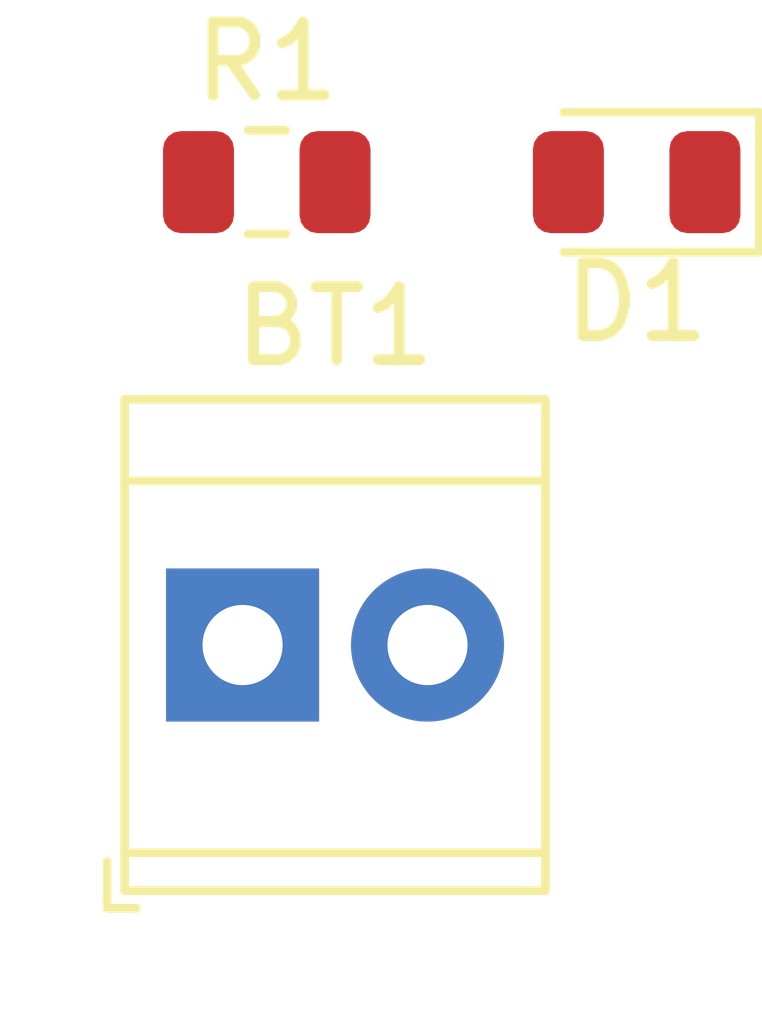
<source format=kicad_pcb>
(kicad_pcb (version 20171130) (host pcbnew "(5.1.5)-3")

  (general
    (thickness 1.6)
    (drawings 0)
    (tracks 0)
    (zones 0)
    (modules 3)
    (nets 4)
  )

  (page A4)
  (layers
    (0 F.Cu signal)
    (31 B.Cu signal)
    (32 B.Adhes user)
    (33 F.Adhes user)
    (34 B.Paste user)
    (35 F.Paste user)
    (36 B.SilkS user)
    (37 F.SilkS user)
    (38 B.Mask user)
    (39 F.Mask user)
    (40 Dwgs.User user)
    (41 Cmts.User user)
    (42 Eco1.User user)
    (43 Eco2.User user)
    (44 Edge.Cuts user)
    (45 Margin user)
    (46 B.CrtYd user)
    (47 F.CrtYd user)
    (48 B.Fab user)
    (49 F.Fab user)
  )

  (setup
    (last_trace_width 0.25)
    (trace_clearance 0.2)
    (zone_clearance 0.508)
    (zone_45_only no)
    (trace_min 0.2)
    (via_size 0.8)
    (via_drill 0.4)
    (via_min_size 0.4)
    (via_min_drill 0.3)
    (uvia_size 0.3)
    (uvia_drill 0.1)
    (uvias_allowed no)
    (uvia_min_size 0.2)
    (uvia_min_drill 0.1)
    (edge_width 0.05)
    (segment_width 0.2)
    (pcb_text_width 0.3)
    (pcb_text_size 1.5 1.5)
    (mod_edge_width 0.12)
    (mod_text_size 1 1)
    (mod_text_width 0.15)
    (pad_size 1.524 1.524)
    (pad_drill 0.762)
    (pad_to_mask_clearance 0.051)
    (solder_mask_min_width 0.25)
    (aux_axis_origin 0 0)
    (visible_elements 7FFFFFFF)
    (pcbplotparams
      (layerselection 0x010fc_ffffffff)
      (usegerberextensions false)
      (usegerberattributes false)
      (usegerberadvancedattributes false)
      (creategerberjobfile false)
      (excludeedgelayer true)
      (linewidth 0.100000)
      (plotframeref false)
      (viasonmask false)
      (mode 1)
      (useauxorigin false)
      (hpglpennumber 1)
      (hpglpenspeed 20)
      (hpglpendiameter 15.000000)
      (psnegative false)
      (psa4output false)
      (plotreference true)
      (plotvalue true)
      (plotinvisibletext false)
      (padsonsilk false)
      (subtractmaskfromsilk false)
      (outputformat 1)
      (mirror false)
      (drillshape 1)
      (scaleselection 1)
      (outputdirectory ""))
  )

  (net 0 "")
  (net 1 "Net-(BT1-Pad2)")
  (net 2 "Net-(BT1-Pad1)")
  (net 3 "Net-(D1-Pad2)")

  (net_class Default 这是默认网络类。
    (clearance 0.2)
    (trace_width 0.25)
    (via_dia 0.8)
    (via_drill 0.4)
    (uvia_dia 0.3)
    (uvia_drill 0.1)
    (add_net "Net-(BT1-Pad1)")
    (add_net "Net-(BT1-Pad2)")
    (add_net "Net-(D1-Pad2)")
  )

  (module r:R_0805_2012Metric (layer F.Cu) (tedit 5B36C52B) (tstamp 606C4428)
    (at 129.8725 100.33)
    (descr "Resistor SMD 0805 (2012 Metric), square (rectangular) end terminal, IPC_7351 nominal, (Body size source: https://docs.google.com/spreadsheets/d/1BsfQQcO9C6DZCsRaXUlFlo91Tg2WpOkGARC1WS5S8t0/edit?usp=sharing), generated with kicad-footprint-generator")
    (tags resistor)
    (path /606C3CC2)
    (attr smd)
    (fp_text reference R1 (at 0 -1.65) (layer F.SilkS)
      (effects (font (size 1 1) (thickness 0.15)))
    )
    (fp_text value 1K (at 0 1.65) (layer F.Fab)
      (effects (font (size 1 1) (thickness 0.15)))
    )
    (fp_text user %R (at 0 0) (layer F.Fab)
      (effects (font (size 0.5 0.5) (thickness 0.08)))
    )
    (fp_line (start 1.68 0.95) (end -1.68 0.95) (layer F.CrtYd) (width 0.05))
    (fp_line (start 1.68 -0.95) (end 1.68 0.95) (layer F.CrtYd) (width 0.05))
    (fp_line (start -1.68 -0.95) (end 1.68 -0.95) (layer F.CrtYd) (width 0.05))
    (fp_line (start -1.68 0.95) (end -1.68 -0.95) (layer F.CrtYd) (width 0.05))
    (fp_line (start -0.258578 0.71) (end 0.258578 0.71) (layer F.SilkS) (width 0.12))
    (fp_line (start -0.258578 -0.71) (end 0.258578 -0.71) (layer F.SilkS) (width 0.12))
    (fp_line (start 1 0.6) (end -1 0.6) (layer F.Fab) (width 0.1))
    (fp_line (start 1 -0.6) (end 1 0.6) (layer F.Fab) (width 0.1))
    (fp_line (start -1 -0.6) (end 1 -0.6) (layer F.Fab) (width 0.1))
    (fp_line (start -1 0.6) (end -1 -0.6) (layer F.Fab) (width 0.1))
    (pad 2 smd roundrect (at 0.9375 0) (size 0.975 1.4) (layers F.Cu F.Paste F.Mask) (roundrect_rratio 0.25)
      (net 3 "Net-(D1-Pad2)"))
    (pad 1 smd roundrect (at -0.9375 0) (size 0.975 1.4) (layers F.Cu F.Paste F.Mask) (roundrect_rratio 0.25)
      (net 2 "Net-(BT1-Pad1)"))
    (model ${KISYS3DMOD}/Resistor_SMD.3dshapes/R_0805_2012Metric.wrl
      (at (xyz 0 0 0))
      (scale (xyz 1 1 1))
      (rotate (xyz 0 0 0))
    )
  )

  (module led:LED_0805_2012Metric (layer F.Cu) (tedit 5B36C52C) (tstamp 606C4415)
    (at 134.9525 100.33 180)
    (descr "LED SMD 0805 (2012 Metric), square (rectangular) end terminal, IPC_7351 nominal, (Body size source: https://docs.google.com/spreadsheets/d/1BsfQQcO9C6DZCsRaXUlFlo91Tg2WpOkGARC1WS5S8t0/edit?usp=sharing), generated with kicad-footprint-generator")
    (tags diode)
    (path /606C409B)
    (attr smd)
    (fp_text reference D1 (at 0 -1.65) (layer F.SilkS)
      (effects (font (size 1 1) (thickness 0.15)))
    )
    (fp_text value RED (at 0 1.65) (layer F.Fab)
      (effects (font (size 1 1) (thickness 0.15)))
    )
    (fp_text user %R (at 0 0) (layer F.Fab)
      (effects (font (size 0.5 0.5) (thickness 0.08)))
    )
    (fp_line (start 1.68 0.95) (end -1.68 0.95) (layer F.CrtYd) (width 0.05))
    (fp_line (start 1.68 -0.95) (end 1.68 0.95) (layer F.CrtYd) (width 0.05))
    (fp_line (start -1.68 -0.95) (end 1.68 -0.95) (layer F.CrtYd) (width 0.05))
    (fp_line (start -1.68 0.95) (end -1.68 -0.95) (layer F.CrtYd) (width 0.05))
    (fp_line (start -1.685 0.96) (end 1 0.96) (layer F.SilkS) (width 0.12))
    (fp_line (start -1.685 -0.96) (end -1.685 0.96) (layer F.SilkS) (width 0.12))
    (fp_line (start 1 -0.96) (end -1.685 -0.96) (layer F.SilkS) (width 0.12))
    (fp_line (start 1 0.6) (end 1 -0.6) (layer F.Fab) (width 0.1))
    (fp_line (start -1 0.6) (end 1 0.6) (layer F.Fab) (width 0.1))
    (fp_line (start -1 -0.3) (end -1 0.6) (layer F.Fab) (width 0.1))
    (fp_line (start -0.7 -0.6) (end -1 -0.3) (layer F.Fab) (width 0.1))
    (fp_line (start 1 -0.6) (end -0.7 -0.6) (layer F.Fab) (width 0.1))
    (pad 2 smd roundrect (at 0.9375 0 180) (size 0.975 1.4) (layers F.Cu F.Paste F.Mask) (roundrect_rratio 0.25)
      (net 3 "Net-(D1-Pad2)"))
    (pad 1 smd roundrect (at -0.9375 0 180) (size 0.975 1.4) (layers F.Cu F.Paste F.Mask) (roundrect_rratio 0.25)
      (net 1 "Net-(BT1-Pad2)"))
    (model ${KISYS3DMOD}/LED_SMD.3dshapes/LED_0805_2012Metric.wrl
      (at (xyz 0 0 0))
      (scale (xyz 1 1 1))
      (rotate (xyz 0 0 0))
    )
  )

  (module 1:TerminalBlock_TE_282834-2_1x02_P2.54mm_Horizontal (layer F.Cu) (tedit 5B1EC513) (tstamp 606C4131)
    (at 129.54 106.68)
    (descr "Terminal Block TE 282834-2, 2 pins, pitch 2.54mm, size 5.54x6.5mm^2, drill diamater 1.1mm, pad diameter 2.1mm, see http://www.te.com/commerce/DocumentDelivery/DDEController?Action=showdoc&DocId=Customer+Drawing%7F282834%7FC1%7Fpdf%7FEnglish%7FENG_CD_282834_C1.pdf, script-generated using https://github.com/pointhi/kicad-footprint-generator/scripts/TerminalBlock_TE-Connectivity")
    (tags "THT Terminal Block TE 282834-2 pitch 2.54mm size 5.54x6.5mm^2 drill 1.1mm pad 2.1mm")
    (path /606C593E)
    (fp_text reference BT1 (at 1.27 -4.37) (layer F.SilkS)
      (effects (font (size 1 1) (thickness 0.15)))
    )
    (fp_text value Battery_Cell (at 1.27 4.37) (layer F.Fab)
      (effects (font (size 1 1) (thickness 0.15)))
    )
    (fp_text user %R (at 1.27 2) (layer F.Fab)
      (effects (font (size 1 1) (thickness 0.15)))
    )
    (fp_line (start 4.54 -3.75) (end -2 -3.75) (layer F.CrtYd) (width 0.05))
    (fp_line (start 4.54 3.75) (end 4.54 -3.75) (layer F.CrtYd) (width 0.05))
    (fp_line (start -2 3.75) (end 4.54 3.75) (layer F.CrtYd) (width 0.05))
    (fp_line (start -2 -3.75) (end -2 3.75) (layer F.CrtYd) (width 0.05))
    (fp_line (start -1.86 3.61) (end -1.46 3.61) (layer F.SilkS) (width 0.12))
    (fp_line (start -1.86 2.97) (end -1.86 3.61) (layer F.SilkS) (width 0.12))
    (fp_line (start 3.241 -0.835) (end 1.706 0.7) (layer F.Fab) (width 0.1))
    (fp_line (start 3.375 -0.7) (end 1.84 0.835) (layer F.Fab) (width 0.1))
    (fp_line (start 0.701 -0.835) (end -0.835 0.7) (layer F.Fab) (width 0.1))
    (fp_line (start 0.835 -0.7) (end -0.701 0.835) (layer F.Fab) (width 0.1))
    (fp_line (start 4.16 -3.37) (end 4.16 3.37) (layer F.SilkS) (width 0.12))
    (fp_line (start -1.62 -3.37) (end -1.62 3.37) (layer F.SilkS) (width 0.12))
    (fp_line (start -1.62 3.37) (end 4.16 3.37) (layer F.SilkS) (width 0.12))
    (fp_line (start -1.62 -3.37) (end 4.16 -3.37) (layer F.SilkS) (width 0.12))
    (fp_line (start -1.62 -2.25) (end 4.16 -2.25) (layer F.SilkS) (width 0.12))
    (fp_line (start -1.5 -2.25) (end 4.04 -2.25) (layer F.Fab) (width 0.1))
    (fp_line (start -1.62 2.85) (end 4.16 2.85) (layer F.SilkS) (width 0.12))
    (fp_line (start -1.5 2.85) (end 4.04 2.85) (layer F.Fab) (width 0.1))
    (fp_line (start -1.5 2.85) (end -1.5 -3.25) (layer F.Fab) (width 0.1))
    (fp_line (start -1.1 3.25) (end -1.5 2.85) (layer F.Fab) (width 0.1))
    (fp_line (start 4.04 3.25) (end -1.1 3.25) (layer F.Fab) (width 0.1))
    (fp_line (start 4.04 -3.25) (end 4.04 3.25) (layer F.Fab) (width 0.1))
    (fp_line (start -1.5 -3.25) (end 4.04 -3.25) (layer F.Fab) (width 0.1))
    (fp_circle (center 2.54 0) (end 3.64 0) (layer F.Fab) (width 0.1))
    (fp_circle (center 0 0) (end 1.1 0) (layer F.Fab) (width 0.1))
    (pad 2 thru_hole circle (at 2.54 0) (size 2.1 2.1) (drill 1.1) (layers *.Cu *.Mask)
      (net 1 "Net-(BT1-Pad2)"))
    (pad 1 thru_hole rect (at 0 0) (size 2.1 2.1) (drill 1.1) (layers *.Cu *.Mask)
      (net 2 "Net-(BT1-Pad1)"))
    (model ${KISYS3DMOD}/TerminalBlock_TE-Connectivity.3dshapes/TerminalBlock_TE_282834-2_1x02_P2.54mm_Horizontal.wrl
      (at (xyz 0 0 0))
      (scale (xyz 1 1 1))
      (rotate (xyz 0 0 0))
    )
  )

)

</source>
